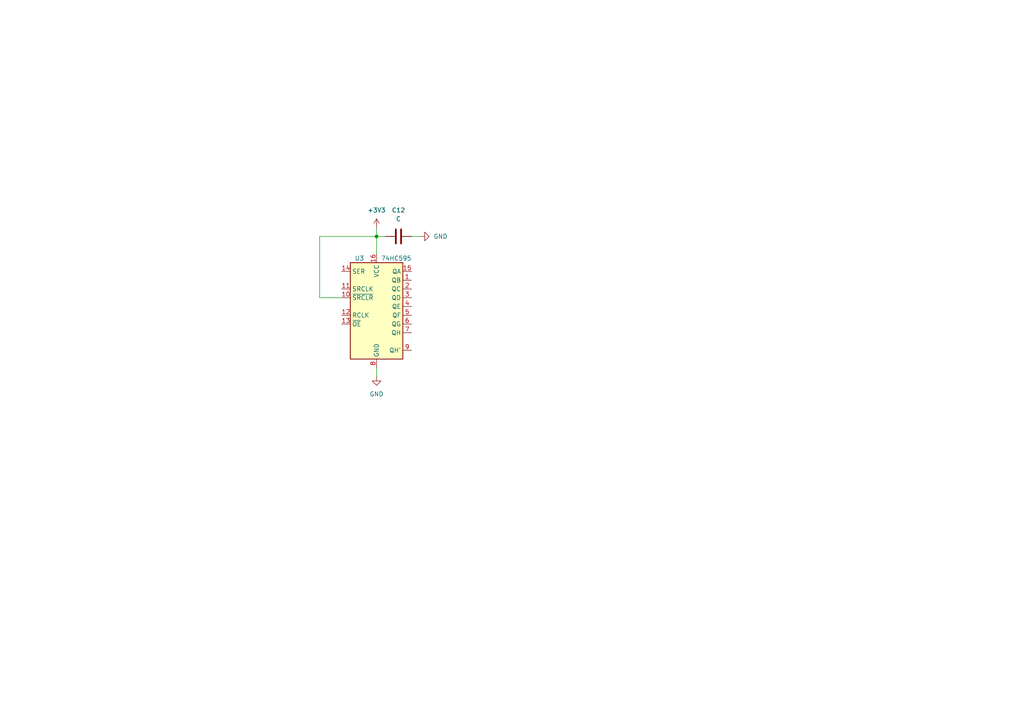
<source format=kicad_sch>
(kicad_sch (version 20230121) (generator eeschema)
  (paper "A4")
  (lib_symbols
    (symbol "74xx:74HC595"
      (property "Reference" "U" (at -7.62 13.97 0))
      (property "Value" "74HC595" (at -7.62 -16.51 0))
      (symbol "74HC595_1_0"
        (pin tri_state line (at 10.16 7.62 180) (length 2.54) (name "QB") (number "1"))
        (pin input line (at -10.16 2.54 0) (length 2.54) (name "~{SRCLR}") (number "10"))
        (pin input line (at -10.16 5.08 0) (length 2.54) (name "SRCLK") (number "11"))
        (pin input line (at -10.16 -2.54 0) (length 2.54) (name "RCLK") (number "12"))
        (pin input line (at -10.16 -5.08 0) (length 2.54) (name "~{OE}") (number "13"))
        (pin input line (at -10.16 10.16 0) (length 2.54) (name "SER") (number "14"))
        (pin tri_state line (at 10.16 10.16 180) (length 2.54) (name "QA") (number "15"))
        (pin power_in line (at 0 15.24 270) (length 2.54) (name "VCC") (number "16"))
        (pin tri_state line (at 10.16 5.08 180) (length 2.54) (name "QC") (number "2"))
        (pin tri_state line (at 10.16 2.54 180) (length 2.54) (name "QD") (number "3"))
        (pin tri_state line (at 10.16 0 180) (length 2.54) (name "QE") (number "4"))
        (pin tri_state line (at 10.16 -2.54 180) (length 2.54) (name "QF") (number "5"))
        (pin tri_state line (at 10.16 -5.08 180) (length 2.54) (name "QG") (number "6"))
        (pin tri_state line (at 10.16 -7.62 180) (length 2.54) (name "QH") (number "7"))
        (pin power_in line (at 0 -17.78 90) (length 2.54) (name "GND") (number "8"))
        (pin output line (at 10.16 -12.7 180) (length 2.54) (name "QH'") (number "9"))
      )
      (symbol "74HC595_1_1"
        (rectangle (start -7.62 12.7) (end 7.62 -15.24) (stroke (width 0.254)) (fill (type background)))
      )
    )
    (symbol "Device:C" (pin_numbers hide) (pin_names (offset 0.254))
      (property "Reference" "C" (at 0.635 2.54 0))
      (property "Value" "C" (at 0.635 -2.54 0))
      (symbol "C_0_1"
        (polyline (pts (xy -2.032 -0.762) (xy 2.032 -0.762)) (stroke (width 0.508)))
        (polyline (pts (xy -2.032 0.762) (xy 2.032 0.762)) (stroke (width 0.508)))
      )
      (symbol "C_1_1"
        (pin passive line (at 0 3.81 270) (length 2.794) (name "~") (number "1"))
        (pin passive line (at 0 -3.81 90) (length 2.794) (name "~") (number "2"))
      )
    )
    (symbol "power:+3V3" (power) (pin_names (offset 0))
      (property "Value" "+3V3" (at 0 3.556 0))
      (symbol "+3V3_0_1"
        (polyline (pts (xy -0.762 1.27) (xy 0 2.54)))
        (polyline (pts (xy 0 0) (xy 0 2.54)))
        (polyline (pts (xy 0 2.54) (xy 0.762 1.27)))
      )
      (symbol "+3V3_1_1"
        (pin power_in line (at 0 0 90) (length 0) hide (name "+3V3") (number "1"))
      )
    )
    (symbol "power:GND" (power) (pin_names (offset 0))
      (property "Value" "GND" (at 0 -3.81 0))
      (symbol "GND_0_1"
        (polyline (pts (xy 0 0) (xy 0 -1.27) (xy 1.27 -1.27) (xy 0 -2.54) (xy -1.27 -1.27) (xy 0 -1.27)))
      )
      (symbol "GND_1_1"
        (pin power_in line (at 0 0 270) (length 0) hide (name "GND") (number "1"))
      )
    )
  )
  (junction (at 109.22 68.58))
  (wire (pts (xy 111.76 68.58) (xy 109.22 68.58)))
  (wire (pts (xy 119.38 68.58) (xy 121.92 68.58)))
  (wire (pts (xy 109.22 68.58) (xy 109.22 73.66)))
  (wire (pts (xy 92.71 86.36) (xy 92.71 68.58)))
  (wire (pts (xy 109.22 106.68) (xy 109.22 109.22)))
  (wire (pts (xy 99.06 86.36) (xy 92.71 86.36)))
  (wire (pts (xy 92.71 68.58) (xy 109.22 68.58)))
  (wire (pts (xy 109.22 66.04) (xy 109.22 68.58)))
  (symbol (lib_id "Device:C") (at 115.57 68.58 270) (unit 1)
    (property "Reference" "C12" (at 115.57 60.96 90))
    (property "Value" "C" (at 115.57 63.5 90))
  )
  (symbol (lib_id "74xx:74HC595") (at 109.22 88.9 0) (unit 1)
    (property "Reference" "U3" (at 102.87 74.93 0) (effects (justify left)))
    (property "Value" "74HC595" (at 110.49 74.93 0) (effects (justify left)))
    (property "Datasheet" "http://www.ti.com/lit/ds/symlink/sn74hc595.pdf" (effects hide))
  )
  (symbol (lib_id "power:GND") (at 109.22 109.22 0) (unit 1)
    (property "Reference" "#PWR026" (effects hide))
    (property "Value" "GND" (at 109.22 114.3 0))
  )
  (symbol (lib_id "power:GND") (at 121.92 68.58 90) (unit 1)
    (property "Reference" "#PWR025" (effects hide))
    (property "Value" "GND" (at 125.73 68.58 90) (effects (justify right)))
  )
  (symbol (lib_id "power:+3V3") (at 109.22 66.04 0) (unit 1)
    (property "Reference" "#PWR027" (effects hide))
    (property "Value" "+3V3" (at 109.22 60.96 0))
  )
)
</source>
